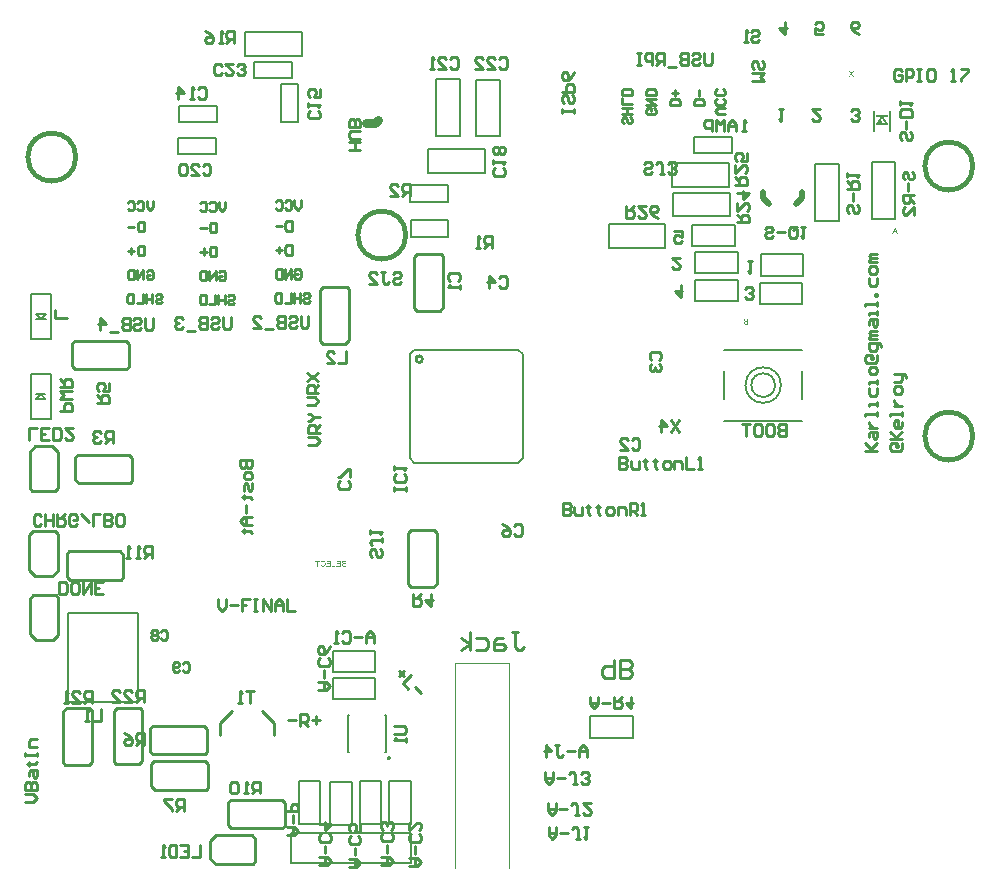
<source format=gbo>
G04 Layer_Color=32896*
%FSLAX44Y44*%
%MOMM*%
G71*
G01*
G75*
%ADD31C,0.2540*%
%ADD32C,0.8000*%
%ADD34C,0.5000*%
%ADD35C,0.4064*%
%ADD73C,0.2000*%
%ADD78C,0.2032*%
%ADD140C,0.3048*%
%ADD141C,0.1000*%
%ADD142R,1.0003X0.2001*%
G36*
X527259Y344028D02*
X527430Y344007D01*
X527580Y343980D01*
X527650Y343964D01*
X527715Y343948D01*
X527773Y343932D01*
X527827Y343916D01*
X527875Y343900D01*
X527913Y343889D01*
X527940Y343878D01*
X527966Y343867D01*
X527977Y343862D01*
X527982D01*
X528127Y343792D01*
X528250Y343712D01*
X528358Y343632D01*
X528443Y343551D01*
X528513Y343476D01*
X528567Y343417D01*
X528583Y343396D01*
X528593Y343380D01*
X528604Y343369D01*
Y343364D01*
X528674Y343240D01*
X528727Y343117D01*
X528759Y343005D01*
X528786Y342897D01*
X528802Y342801D01*
X528808Y342763D01*
Y342731D01*
X528813Y342704D01*
Y342683D01*
Y342672D01*
Y342667D01*
X528808Y342544D01*
X528786Y342426D01*
X528759Y342319D01*
X528727Y342228D01*
X528695Y342152D01*
X528668Y342094D01*
X528658Y342072D01*
X528647Y342056D01*
X528642Y342051D01*
Y342045D01*
X528572Y341949D01*
X528486Y341858D01*
X528400Y341783D01*
X528309Y341713D01*
X528234Y341659D01*
X528170Y341622D01*
X528143Y341611D01*
X528127Y341600D01*
X528116Y341590D01*
X528111D01*
X528058Y341563D01*
X527993Y341536D01*
X527924Y341509D01*
X527848Y341483D01*
X527693Y341429D01*
X527532Y341381D01*
X527457Y341359D01*
X527393Y341338D01*
X527329Y341322D01*
X527270Y341306D01*
X527227Y341295D01*
X527189Y341284D01*
X527168Y341279D01*
X527162D01*
X527039Y341252D01*
X526927Y341220D01*
X526830Y341199D01*
X526739Y341172D01*
X526659Y341150D01*
X526584Y341134D01*
X526525Y341113D01*
X526466Y341097D01*
X526423Y341086D01*
X526380Y341070D01*
X526348Y341059D01*
X526326Y341054D01*
X526305Y341048D01*
X526294Y341043D01*
X526283Y341038D01*
X526176Y340989D01*
X526085Y340941D01*
X526005Y340893D01*
X525946Y340850D01*
X525898Y340807D01*
X525866Y340775D01*
X525844Y340754D01*
X525839Y340748D01*
X525790Y340684D01*
X525758Y340614D01*
X525732Y340545D01*
X525715Y340480D01*
X525705Y340427D01*
X525699Y340378D01*
Y340352D01*
Y340346D01*
Y340341D01*
X525705Y340261D01*
X525721Y340180D01*
X525748Y340111D01*
X525769Y340046D01*
X525796Y339993D01*
X525823Y339950D01*
X525839Y339928D01*
X525844Y339918D01*
X525903Y339848D01*
X525967Y339789D01*
X526042Y339735D01*
X526112Y339692D01*
X526176Y339660D01*
X526225Y339633D01*
X526246Y339623D01*
X526262Y339617D01*
X526267Y339612D01*
X526273D01*
X526380Y339575D01*
X526493Y339548D01*
X526605Y339532D01*
X526707Y339521D01*
X526793Y339510D01*
X526830D01*
X526862Y339505D01*
X526927D01*
X527082Y339510D01*
X527221Y339526D01*
X527355Y339553D01*
X527468Y339580D01*
X527516Y339591D01*
X527559Y339601D01*
X527597Y339617D01*
X527629Y339628D01*
X527655Y339639D01*
X527672Y339644D01*
X527682Y339650D01*
X527688D01*
X527806Y339709D01*
X527907Y339773D01*
X527993Y339832D01*
X528063Y339896D01*
X528116Y339950D01*
X528154Y339993D01*
X528181Y340019D01*
X528186Y340030D01*
X528240Y340127D01*
X528283Y340228D01*
X528315Y340330D01*
X528341Y340427D01*
X528363Y340518D01*
X528368Y340550D01*
X528374Y340582D01*
X528379Y340609D01*
X528384Y340630D01*
Y340641D01*
Y340646D01*
X529001Y340593D01*
X528995Y340502D01*
X528985Y340411D01*
X528952Y340244D01*
X528910Y340089D01*
X528888Y340019D01*
X528861Y339960D01*
X528840Y339902D01*
X528813Y339848D01*
X528792Y339805D01*
X528770Y339767D01*
X528754Y339735D01*
X528744Y339714D01*
X528738Y339703D01*
X528733Y339698D01*
X528631Y339558D01*
X528513Y339441D01*
X528395Y339339D01*
X528283Y339258D01*
X528181Y339194D01*
X528138Y339173D01*
X528100Y339151D01*
X528068Y339135D01*
X528047Y339124D01*
X528031Y339114D01*
X528025D01*
X527843Y339049D01*
X527655Y339001D01*
X527468Y338969D01*
X527291Y338947D01*
X527205Y338937D01*
X527130Y338931D01*
X527066Y338926D01*
X527007D01*
X526959Y338921D01*
X526894D01*
X526702Y338931D01*
X526525Y338953D01*
X526364Y338980D01*
X526289Y339001D01*
X526225Y339017D01*
X526160Y339033D01*
X526107Y339055D01*
X526058Y339071D01*
X526021Y339081D01*
X525989Y339098D01*
X525967Y339103D01*
X525951Y339114D01*
X525946D01*
X525796Y339194D01*
X525667Y339280D01*
X525555Y339371D01*
X525463Y339457D01*
X525388Y339537D01*
X525340Y339596D01*
X525319Y339623D01*
X525308Y339639D01*
X525297Y339650D01*
Y339655D01*
X525255Y339719D01*
X525222Y339789D01*
X525163Y339918D01*
X525121Y340041D01*
X525094Y340153D01*
X525078Y340255D01*
X525072Y340293D01*
Y340330D01*
X525067Y340357D01*
Y340378D01*
Y340389D01*
Y340395D01*
X525078Y340539D01*
X525099Y340673D01*
X525131Y340791D01*
X525169Y340893D01*
X525212Y340979D01*
X525228Y341016D01*
X525244Y341043D01*
X525255Y341064D01*
X525265Y341081D01*
X525276Y341091D01*
Y341097D01*
X525319Y341150D01*
X525362Y341204D01*
X525463Y341306D01*
X525565Y341391D01*
X525672Y341461D01*
X525764Y341520D01*
X525807Y341547D01*
X525844Y341563D01*
X525871Y341579D01*
X525892Y341590D01*
X525908Y341600D01*
X525914D01*
X525973Y341627D01*
X526048Y341654D01*
X526123Y341681D01*
X526208Y341708D01*
X526391Y341756D01*
X526573Y341804D01*
X526659Y341831D01*
X526739Y341847D01*
X526814Y341868D01*
X526878Y341879D01*
X526932Y341895D01*
X526969Y341906D01*
X526996Y341911D01*
X527007D01*
X527152Y341943D01*
X527280Y341981D01*
X527393Y342013D01*
X527500Y342045D01*
X527591Y342077D01*
X527672Y342104D01*
X527741Y342131D01*
X527800Y342158D01*
X527848Y342185D01*
X527891Y342206D01*
X527924Y342222D01*
X527950Y342238D01*
X527972Y342254D01*
X527982Y342265D01*
X527993Y342270D01*
X528058Y342340D01*
X528100Y342410D01*
X528133Y342485D01*
X528159Y342554D01*
X528170Y342613D01*
X528175Y342662D01*
X528181Y342694D01*
Y342699D01*
Y342704D01*
X528175Y342763D01*
X528170Y342817D01*
X528138Y342914D01*
X528095Y343005D01*
X528047Y343080D01*
X527999Y343144D01*
X527956Y343192D01*
X527924Y343219D01*
X527918Y343230D01*
X527913D01*
X527859Y343267D01*
X527795Y343305D01*
X527661Y343358D01*
X527522Y343396D01*
X527377Y343423D01*
X527313Y343433D01*
X527248Y343439D01*
X527195Y343444D01*
X527146D01*
X527104Y343449D01*
X526948D01*
X526852Y343439D01*
X526760Y343428D01*
X526675Y343412D01*
X526600Y343396D01*
X526530Y343374D01*
X526466Y343353D01*
X526407Y343331D01*
X526358Y343305D01*
X526316Y343283D01*
X526278Y343262D01*
X526246Y343246D01*
X526225Y343230D01*
X526203Y343219D01*
X526198Y343214D01*
X526192Y343208D01*
X526139Y343160D01*
X526091Y343112D01*
X526016Y342999D01*
X525951Y342881D01*
X525908Y342769D01*
X525876Y342667D01*
X525866Y342624D01*
X525855Y342581D01*
X525849Y342549D01*
Y342528D01*
X525844Y342511D01*
Y342506D01*
X525217Y342554D01*
X525233Y342715D01*
X525265Y342860D01*
X525303Y342994D01*
X525346Y343106D01*
X525372Y343155D01*
X525388Y343203D01*
X525410Y343240D01*
X525426Y343273D01*
X525442Y343299D01*
X525453Y343315D01*
X525458Y343326D01*
X525463Y343331D01*
X525555Y343455D01*
X525657Y343557D01*
X525764Y343648D01*
X525871Y343723D01*
X525962Y343776D01*
X526005Y343798D01*
X526037Y343819D01*
X526064Y343835D01*
X526091Y343841D01*
X526101Y343851D01*
X526107D01*
X526267Y343910D01*
X526434Y343959D01*
X526600Y343991D01*
X526750Y344012D01*
X526819Y344017D01*
X526878Y344023D01*
X526937Y344028D01*
X526986Y344034D01*
X527077D01*
X527259Y344028D01*
D02*
G37*
G36*
X506497Y343364D02*
X504867D01*
Y339001D01*
X504213D01*
Y343364D01*
X502584D01*
Y343948D01*
X506497D01*
Y343364D01*
D02*
G37*
G36*
X869000Y543999D02*
X867119D01*
X866947Y544005D01*
X866792Y544010D01*
X866658Y544026D01*
X866594Y544032D01*
X866540Y544042D01*
X866492Y544048D01*
X866449Y544053D01*
X866411Y544064D01*
X866379Y544069D01*
X866352Y544075D01*
X866336D01*
X866326Y544080D01*
X866320D01*
X866202Y544112D01*
X866095Y544150D01*
X866004Y544192D01*
X865929Y544230D01*
X865865Y544267D01*
X865817Y544294D01*
X865790Y544316D01*
X865779Y544321D01*
X865699Y544391D01*
X865629Y544466D01*
X865565Y544541D01*
X865516Y544616D01*
X865474Y544680D01*
X865441Y544734D01*
X865431Y544755D01*
X865420Y544771D01*
X865415Y544776D01*
Y544782D01*
X865366Y544894D01*
X865329Y545012D01*
X865302Y545120D01*
X865281Y545221D01*
X865270Y545307D01*
Y545339D01*
X865265Y545371D01*
Y545398D01*
Y545414D01*
Y545425D01*
Y545430D01*
Y545511D01*
X865275Y545586D01*
X865302Y545731D01*
X865345Y545859D01*
X865388Y545966D01*
X865409Y546015D01*
X865431Y546057D01*
X865452Y546095D01*
X865474Y546127D01*
X865490Y546148D01*
X865500Y546165D01*
X865506Y546175D01*
X865511Y546181D01*
X865608Y546293D01*
X865720Y546384D01*
X865833Y546465D01*
X865945Y546524D01*
X866042Y546572D01*
X866085Y546588D01*
X866122Y546604D01*
X866154Y546615D01*
X866176Y546626D01*
X866192Y546631D01*
X866197D01*
X866074Y546701D01*
X865972Y546776D01*
X865881Y546851D01*
X865811Y546920D01*
X865752Y546985D01*
X865715Y547033D01*
X865699Y547054D01*
X865688Y547070D01*
X865683Y547076D01*
Y547081D01*
X865624Y547188D01*
X865581Y547290D01*
X865549Y547392D01*
X865527Y547483D01*
X865516Y547563D01*
X865506Y547622D01*
Y547644D01*
Y547660D01*
Y547671D01*
Y547676D01*
X865516Y547805D01*
X865538Y547923D01*
X865570Y548035D01*
X865602Y548131D01*
X865640Y548212D01*
X865656Y548249D01*
X865672Y548276D01*
X865688Y548298D01*
X865693Y548314D01*
X865704Y548325D01*
Y548330D01*
X865784Y548437D01*
X865870Y548534D01*
X865956Y548614D01*
X866042Y548678D01*
X866122Y548726D01*
X866181Y548764D01*
X866208Y548775D01*
X866224Y548785D01*
X866235Y548791D01*
X866240D01*
X866379Y548844D01*
X866524Y548882D01*
X866679Y548909D01*
X866819Y548925D01*
X866888Y548935D01*
X866947Y548941D01*
X867006D01*
X867055Y548946D01*
X869000D01*
Y543999D01*
D02*
G37*
G36*
X957092Y756561D02*
X959005Y753999D01*
X958217D01*
X956963Y755714D01*
X956931Y755757D01*
X956899Y755810D01*
X956819Y755923D01*
X956781Y755977D01*
X956754Y756020D01*
X956733Y756052D01*
X956728Y756057D01*
Y756062D01*
X956652Y755950D01*
X956620Y755902D01*
X956588Y755859D01*
X956561Y755816D01*
X956540Y755789D01*
X956529Y755768D01*
X956524Y755762D01*
X955270Y753999D01*
X954471D01*
X956326Y756593D01*
X954605Y758946D01*
X955318D01*
X956304Y757627D01*
X956385Y757520D01*
X956465Y757418D01*
X956529Y757322D01*
X956588Y757236D01*
X956636Y757166D01*
X956668Y757118D01*
X956685Y757097D01*
X956695Y757081D01*
X956701Y757075D01*
Y757070D01*
X956749Y757156D01*
X956813Y757258D01*
X956878Y757354D01*
X956942Y757456D01*
X957001Y757542D01*
X957028Y757579D01*
X957049Y757611D01*
X957070Y757638D01*
X957087Y757660D01*
X957092Y757670D01*
X957097Y757675D01*
X958003Y758946D01*
X958780D01*
X957092Y756561D01*
D02*
G37*
G36*
X995680Y621030D02*
X994989D01*
X994453Y622525D01*
X992373D01*
X991800Y621030D01*
X991055D01*
X993081Y625977D01*
X993788D01*
X995680Y621030D01*
D02*
G37*
G36*
X509096Y344028D02*
X509214Y344023D01*
X509434Y343985D01*
X509541Y343964D01*
X509637Y343937D01*
X509734Y343910D01*
X509819Y343884D01*
X509894Y343857D01*
X509964Y343830D01*
X510028Y343803D01*
X510077Y343782D01*
X510120Y343760D01*
X510146Y343744D01*
X510168Y343739D01*
X510173Y343733D01*
X510270Y343675D01*
X510366Y343610D01*
X510452Y343540D01*
X510532Y343471D01*
X510607Y343396D01*
X510677Y343326D01*
X510736Y343251D01*
X510795Y343187D01*
X510843Y343117D01*
X510886Y343058D01*
X510924Y343005D01*
X510956Y342956D01*
X510977Y342914D01*
X510993Y342887D01*
X511004Y342865D01*
X511009Y342860D01*
X511063Y342753D01*
X511106Y342635D01*
X511143Y342522D01*
X511181Y342410D01*
X511234Y342179D01*
X511250Y342072D01*
X511267Y341970D01*
X511277Y341874D01*
X511288Y341788D01*
X511293Y341708D01*
X511299Y341638D01*
X511304Y341584D01*
Y341541D01*
Y341520D01*
Y341509D01*
X511299Y341381D01*
X511293Y341252D01*
X511261Y341006D01*
X511245Y340888D01*
X511224Y340780D01*
X511197Y340679D01*
X511175Y340582D01*
X511149Y340496D01*
X511127Y340416D01*
X511106Y340352D01*
X511084Y340293D01*
X511068Y340250D01*
X511057Y340212D01*
X511052Y340191D01*
X511047Y340186D01*
X510993Y340073D01*
X510939Y339966D01*
X510881Y339869D01*
X510816Y339778D01*
X510752Y339692D01*
X510693Y339617D01*
X510629Y339548D01*
X510570Y339483D01*
X510511Y339425D01*
X510457Y339376D01*
X510409Y339339D01*
X510366Y339301D01*
X510334Y339274D01*
X510307Y339258D01*
X510291Y339248D01*
X510286Y339242D01*
X510189Y339183D01*
X510087Y339135D01*
X509980Y339092D01*
X509868Y339055D01*
X509761Y339028D01*
X509653Y339001D01*
X509546Y338980D01*
X509444Y338964D01*
X509348Y338947D01*
X509262Y338937D01*
X509182Y338931D01*
X509117Y338926D01*
X509058Y338921D01*
X508983D01*
X508839Y338926D01*
X508705Y338937D01*
X508576Y338958D01*
X508453Y338985D01*
X508335Y339017D01*
X508228Y339055D01*
X508131Y339092D01*
X508040Y339130D01*
X507954Y339167D01*
X507885Y339205D01*
X507820Y339242D01*
X507772Y339274D01*
X507729Y339301D01*
X507702Y339323D01*
X507681Y339333D01*
X507676Y339339D01*
X507579Y339425D01*
X507488Y339516D01*
X507408Y339612D01*
X507333Y339709D01*
X507263Y339810D01*
X507204Y339918D01*
X507150Y340014D01*
X507102Y340116D01*
X507059Y340207D01*
X507027Y340293D01*
X506995Y340373D01*
X506974Y340437D01*
X506952Y340496D01*
X506941Y340534D01*
X506931Y340561D01*
Y340571D01*
X507585Y340737D01*
X507611Y340625D01*
X507649Y340518D01*
X507686Y340416D01*
X507724Y340325D01*
X507767Y340239D01*
X507810Y340164D01*
X507853Y340094D01*
X507895Y340030D01*
X507938Y339977D01*
X507976Y339928D01*
X508013Y339885D01*
X508040Y339853D01*
X508067Y339826D01*
X508088Y339810D01*
X508099Y339800D01*
X508104Y339794D01*
X508180Y339741D01*
X508255Y339692D01*
X508330Y339650D01*
X508410Y339612D01*
X508490Y339580D01*
X508565Y339553D01*
X508715Y339516D01*
X508780Y339505D01*
X508844Y339494D01*
X508898Y339489D01*
X508946Y339483D01*
X508983Y339478D01*
X509037D01*
X509123Y339483D01*
X509203Y339489D01*
X509358Y339516D01*
X509503Y339553D01*
X509627Y339596D01*
X509680Y339617D01*
X509728Y339633D01*
X509771Y339655D01*
X509809Y339671D01*
X509841Y339687D01*
X509862Y339698D01*
X509873Y339709D01*
X509878D01*
X509948Y339757D01*
X510012Y339805D01*
X510130Y339918D01*
X510227Y340030D01*
X510307Y340148D01*
X510366Y340250D01*
X510393Y340293D01*
X510414Y340336D01*
X510425Y340368D01*
X510436Y340389D01*
X510447Y340405D01*
Y340411D01*
X510505Y340593D01*
X510554Y340780D01*
X510586Y340968D01*
X510597Y341054D01*
X510607Y341139D01*
X510613Y341220D01*
X510618Y341290D01*
X510623Y341354D01*
Y341408D01*
X510629Y341456D01*
Y341488D01*
Y341509D01*
Y341515D01*
X510623Y341697D01*
X510607Y341868D01*
X510580Y342029D01*
X510570Y342104D01*
X510554Y342174D01*
X510538Y342233D01*
X510527Y342292D01*
X510511Y342340D01*
X510500Y342383D01*
X510495Y342415D01*
X510484Y342442D01*
X510479Y342458D01*
Y342463D01*
X510409Y342629D01*
X510329Y342774D01*
X510243Y342897D01*
X510195Y342951D01*
X510152Y343005D01*
X510109Y343047D01*
X510071Y343085D01*
X510034Y343122D01*
X510007Y343149D01*
X509980Y343171D01*
X509959Y343187D01*
X509948Y343192D01*
X509943Y343198D01*
X509868Y343246D01*
X509793Y343289D01*
X509712Y343326D01*
X509632Y343358D01*
X509471Y343406D01*
X509316Y343444D01*
X509251Y343455D01*
X509187Y343460D01*
X509128Y343465D01*
X509080Y343471D01*
X509037Y343476D01*
X508892D01*
X508806Y343465D01*
X508646Y343439D01*
X508506Y343396D01*
X508447Y343374D01*
X508388Y343353D01*
X508335Y343331D01*
X508292Y343310D01*
X508255Y343289D01*
X508222Y343267D01*
X508195Y343251D01*
X508180Y343240D01*
X508169Y343235D01*
X508163Y343230D01*
X508104Y343181D01*
X508046Y343128D01*
X507949Y343005D01*
X507858Y342871D01*
X507788Y342742D01*
X507735Y342624D01*
X507708Y342576D01*
X507692Y342533D01*
X507676Y342495D01*
X507670Y342463D01*
X507660Y342447D01*
Y342442D01*
X507016Y342592D01*
X507059Y342715D01*
X507108Y342833D01*
X507156Y342946D01*
X507215Y343047D01*
X507268Y343144D01*
X507327Y343230D01*
X507386Y343310D01*
X507445Y343380D01*
X507504Y343444D01*
X507552Y343498D01*
X507601Y343546D01*
X507644Y343583D01*
X507676Y343615D01*
X507702Y343637D01*
X507719Y343648D01*
X507724Y343653D01*
X507820Y343723D01*
X507922Y343776D01*
X508024Y343830D01*
X508131Y343873D01*
X508238Y343910D01*
X508340Y343942D01*
X508442Y343964D01*
X508539Y343985D01*
X508630Y344001D01*
X508710Y344012D01*
X508785Y344023D01*
X508849Y344028D01*
X508903Y344034D01*
X508973D01*
X509096Y344028D01*
D02*
G37*
G36*
X524161Y339001D02*
X520469D01*
Y339585D01*
X523507D01*
Y341268D01*
X520769D01*
Y341852D01*
X523507D01*
Y343364D01*
X520581D01*
Y343948D01*
X524161D01*
Y339001D01*
D02*
G37*
G36*
X982500Y713960D02*
X979960D01*
Y716500D01*
X982500D01*
Y713960D01*
D02*
G37*
G36*
X515709Y339001D02*
X512017D01*
Y339585D01*
X515056D01*
Y341268D01*
X512317D01*
Y341852D01*
X515056D01*
Y343364D01*
X512129D01*
Y343948D01*
X515709D01*
Y339001D01*
D02*
G37*
G36*
X519595D02*
X516503D01*
Y339585D01*
X518941D01*
Y343948D01*
X519595D01*
Y339001D01*
D02*
G37*
%LPC*%
G36*
X868346Y548362D02*
X867264D01*
X867172Y548357D01*
X867092D01*
X867017Y548351D01*
X866947Y548346D01*
X866888Y548340D01*
X866830Y548335D01*
X866781Y548330D01*
X866744Y548319D01*
X866706Y548314D01*
X866674Y548308D01*
X866653Y548303D01*
X866631Y548298D01*
X866620D01*
X866610Y548292D01*
X866529Y548260D01*
X866465Y548223D01*
X866406Y548180D01*
X866358Y548137D01*
X866320Y548099D01*
X866293Y548067D01*
X866277Y548046D01*
X866272Y548035D01*
X866229Y547965D01*
X866202Y547890D01*
X866181Y547815D01*
X866165Y547746D01*
X866154Y547687D01*
X866149Y547644D01*
Y547612D01*
Y547606D01*
Y547601D01*
X866154Y547505D01*
X866170Y547424D01*
X866192Y547349D01*
X866213Y547285D01*
X866235Y547237D01*
X866256Y547199D01*
X866272Y547178D01*
X866277Y547167D01*
X866331Y547108D01*
X866390Y547054D01*
X866454Y547011D01*
X866513Y546979D01*
X866567Y546952D01*
X866610Y546936D01*
X866642Y546926D01*
X866647Y546920D01*
X866653D01*
X866690Y546910D01*
X866733Y546904D01*
X866830Y546888D01*
X866937Y546877D01*
X867038Y546872D01*
X867130D01*
X867172Y546867D01*
X868346D01*
Y548362D01*
D02*
G37*
G36*
Y546283D02*
X867205D01*
X867038Y546277D01*
X866894Y546272D01*
X866830Y546261D01*
X866770Y546256D01*
X866717Y546250D01*
X866663Y546240D01*
X866620Y546234D01*
X866583Y546224D01*
X866556Y546218D01*
X866529Y546213D01*
X866508Y546208D01*
X866492Y546202D01*
X866487Y546197D01*
X866481D01*
X866390Y546159D01*
X866315Y546116D01*
X866245Y546073D01*
X866186Y546025D01*
X866143Y545982D01*
X866111Y545945D01*
X866090Y545923D01*
X866085Y545913D01*
X866036Y545832D01*
X865999Y545752D01*
X865977Y545672D01*
X865956Y545597D01*
X865945Y545527D01*
X865940Y545479D01*
Y545457D01*
Y545441D01*
Y545436D01*
Y545430D01*
X865945Y545345D01*
X865956Y545264D01*
X865972Y545195D01*
X865988Y545136D01*
X866010Y545082D01*
X866026Y545045D01*
X866036Y545023D01*
X866042Y545012D01*
X866079Y544948D01*
X866122Y544894D01*
X866165Y544846D01*
X866202Y544809D01*
X866240Y544776D01*
X866267Y544755D01*
X866288Y544744D01*
X866293Y544739D01*
X866352Y544707D01*
X866417Y544680D01*
X866476Y544653D01*
X866535Y544637D01*
X866588Y544621D01*
X866631Y544610D01*
X866658Y544605D01*
X866669D01*
X866722Y544600D01*
X866792Y544594D01*
X866867Y544589D01*
X866937D01*
X867006Y544584D01*
X868346D01*
Y546283D01*
D02*
G37*
G36*
X993450Y625462D02*
X993402Y625301D01*
X993343Y625130D01*
X993284Y624958D01*
X993231Y624792D01*
X993204Y624717D01*
X993177Y624648D01*
X993156Y624583D01*
X993134Y624535D01*
X993118Y624487D01*
X993108Y624455D01*
X993097Y624433D01*
Y624428D01*
X992577Y623056D01*
X994265D01*
X993718Y624508D01*
X993660Y624685D01*
X993606Y624857D01*
X993558Y625017D01*
X993536Y625092D01*
X993520Y625162D01*
X993504Y625226D01*
X993488Y625285D01*
X993477Y625334D01*
X993467Y625382D01*
X993461Y625414D01*
X993456Y625441D01*
X993450Y625457D01*
Y625462D01*
D02*
G37*
%LPD*%
D31*
X593327Y514750D02*
G03*
X593327Y514750I-2827J0D01*
G01*
X311000Y219500D02*
X313250Y217250D01*
Y179500D02*
Y217250D01*
X289000Y216500D02*
X292000Y219500D01*
X311000D01*
X289000Y177500D02*
Y216500D01*
X291000Y171500D02*
X310750D01*
X313250Y174000D02*
Y180750D01*
X310750Y171500D02*
X313250Y174000D01*
X289000Y173500D02*
Y177500D01*
Y173500D02*
X291000Y171500D01*
X353750Y219750D02*
X356000Y217500D01*
Y179750D02*
Y217500D01*
X331750Y216750D02*
X334750Y219750D01*
X353750D01*
X331750Y177750D02*
Y216750D01*
X333750Y171750D02*
X353500D01*
X356000Y174250D02*
Y181000D01*
X353500Y171750D02*
X356000Y174250D01*
X331750Y173750D02*
Y177750D01*
Y173750D02*
X333750Y171750D01*
X341250Y409500D02*
X345250D01*
X347250Y411500D01*
Y431250D01*
X344750Y433750D02*
X347250Y431250D01*
X338000Y433750D02*
X344750D01*
X302250Y409500D02*
X341250D01*
X299250Y412500D02*
X302250Y409500D01*
X299250Y431500D02*
X301500Y433750D01*
X339250D01*
X299250Y412500D02*
Y431500D01*
X605250Y363750D02*
Y367750D01*
X603250Y369750D02*
X605250Y367750D01*
X583500Y369750D02*
X603250D01*
X581000Y367250D02*
X583500Y369750D01*
X581000Y360500D02*
Y367250D01*
X605250Y324750D02*
Y363750D01*
X602250Y321750D02*
X605250Y324750D01*
X581000Y324000D02*
X583250Y321750D01*
X581000Y324000D02*
Y361750D01*
X583250Y321750D02*
X602250D01*
X338500Y506000D02*
X342500D01*
X344500Y508000D01*
Y527750D01*
X342000Y530250D02*
X344500Y527750D01*
X335250Y530250D02*
X342000D01*
X299500Y506000D02*
X338500D01*
X296500Y509000D02*
X299500Y506000D01*
X296500Y528000D02*
X298750Y530250D01*
X336500D01*
X296500Y509000D02*
Y528000D01*
X260750Y282000D02*
X265750Y277000D01*
X280500D01*
X260750Y282000D02*
X260750Y282000D01*
X260750Y282000D02*
Y312000D01*
X280500Y277000D02*
X285000Y281500D01*
Y312750D01*
X263750Y315000D02*
X282750D01*
X260750Y312000D02*
X263750Y315000D01*
X282750D02*
X285000Y312750D01*
X260250Y336250D02*
X265250Y331250D01*
X280000D01*
X260250Y336250D02*
X260250Y336250D01*
X260250Y336250D02*
Y366250D01*
X280000Y331250D02*
X284500Y335750D01*
Y367000D01*
X263250Y369250D02*
X282250D01*
X260250Y366250D02*
X263250Y369250D01*
X282250D02*
X284500Y367000D01*
X408750Y180000D02*
X411000Y182250D01*
X371000Y180000D02*
X408750D01*
X408000Y204250D02*
X411000Y201250D01*
Y182250D02*
Y201250D01*
X369000Y204250D02*
X408000D01*
X363000Y182500D02*
Y202250D01*
X365500Y180000D02*
X372250D01*
X363000Y182500D02*
X365500Y180000D01*
X365000Y204250D02*
X369000D01*
X363000Y202250D02*
X365000Y204250D01*
X363750Y172000D02*
X366000Y174250D01*
X403750D01*
X363750Y153000D02*
X366750Y150000D01*
X363750Y153000D02*
Y172000D01*
X366750Y150000D02*
X405750D01*
X411750Y152000D02*
Y171750D01*
X402500Y174250D02*
X409250D01*
X411750Y171750D01*
X405750Y150000D02*
X409750D01*
X411750Y152000D01*
X421890Y206840D02*
X432050Y217000D01*
X421890Y196680D02*
Y206840D01*
X457450Y217000D02*
X467610Y206840D01*
Y196680D02*
Y206840D01*
X448750Y111500D02*
X451750Y108500D01*
Y89500D02*
Y108500D01*
X418750Y111500D02*
X448750D01*
X418750Y111500D02*
X418750Y111500D01*
X413750Y106500D02*
X418750Y111500D01*
X449500Y87250D02*
X451750Y89500D01*
X418250Y87250D02*
X449500D01*
X413750Y91750D02*
X418250Y87250D01*
X413750Y91750D02*
Y106500D01*
X477000Y119750D02*
Y138750D01*
X437000Y117500D02*
X474750D01*
X477000Y119750D01*
X474000Y141750D02*
X477000Y138750D01*
X435000Y141750D02*
X474000D01*
X431500Y117500D02*
X438250D01*
X429000Y120000D02*
X431500Y117500D01*
X429000Y120000D02*
Y139750D01*
X431000Y141750D01*
X435000D01*
X282000Y403000D02*
X285000Y406000D01*
X263000Y403000D02*
X282000D01*
X285000Y406000D02*
Y436000D01*
X285000Y436000D02*
X285000Y436000D01*
X280000Y441000D02*
X285000Y436000D01*
X260750Y405250D02*
X263000Y403000D01*
X260750Y405250D02*
Y436500D01*
X265250Y441000D01*
X280000D01*
X340000Y330000D02*
Y349000D01*
X300000Y327750D02*
X337750D01*
X340000Y330000D01*
X337000Y352000D02*
X340000Y349000D01*
X298000Y352000D02*
X337000D01*
X294500Y327750D02*
X301250D01*
X292000Y330250D02*
X294500Y327750D01*
X292000Y330250D02*
Y350000D01*
X294000Y352000D01*
X298000D01*
X588750Y555750D02*
X607750D01*
X586500Y558000D02*
Y595750D01*
Y558000D02*
X588750Y555750D01*
X607750D02*
X610750Y558750D01*
Y597750D01*
X586500Y594500D02*
Y601250D01*
X589000Y603750D01*
X608750D01*
X610750Y601750D01*
Y597750D02*
Y601750D01*
X509000Y527750D02*
X528000D01*
X506750Y530000D02*
Y567750D01*
Y530000D02*
X509000Y527750D01*
X528000D02*
X531000Y530750D01*
Y569750D01*
X506750Y566500D02*
Y573250D01*
X509250Y575750D01*
X529000D01*
X531000Y573750D01*
Y569750D02*
Y573750D01*
X967957Y436790D02*
X977953D01*
X974621D01*
X967957Y443455D01*
X972955Y438456D01*
X977953Y443455D01*
X971289Y448453D02*
Y451785D01*
X972955Y453451D01*
X977953D01*
Y448453D01*
X976287Y446787D01*
X974621Y448453D01*
Y453451D01*
X971289Y456784D02*
X977953D01*
X974621D01*
X972955Y458450D01*
X971289Y460116D01*
Y461782D01*
X977953Y466780D02*
Y470113D01*
Y468447D01*
X967957D01*
Y466780D01*
X977953Y475111D02*
Y478443D01*
Y476777D01*
X971289D01*
Y475111D01*
Y490106D02*
Y485108D01*
X972955Y483442D01*
X976287D01*
X977953Y485108D01*
Y490106D01*
Y493438D02*
Y496771D01*
Y495104D01*
X971289D01*
Y493438D01*
X977953Y503435D02*
Y506767D01*
X976287Y508434D01*
X972955D01*
X971289Y506767D01*
Y503435D01*
X972955Y501769D01*
X976287D01*
X977953Y503435D01*
X974621Y516764D02*
X972955D01*
Y515098D01*
X974621D01*
Y516764D01*
X972955Y518430D01*
X969623D01*
X967957Y516764D01*
Y513432D01*
X969623Y511766D01*
X976287D01*
X977953Y513432D01*
Y518430D01*
X981286Y525095D02*
Y526761D01*
X979620Y528427D01*
X971289D01*
Y523429D01*
X972955Y521763D01*
X976287D01*
X977953Y523429D01*
Y528427D01*
Y531759D02*
X971289D01*
Y533425D01*
X972955Y535092D01*
X977953D01*
X972955D01*
X971289Y536758D01*
X972955Y538424D01*
X977953D01*
X971289Y543422D02*
Y546755D01*
X972955Y548421D01*
X977953D01*
Y543422D01*
X976287Y541756D01*
X974621Y543422D01*
Y548421D01*
X977953Y551753D02*
Y555085D01*
Y553419D01*
X971289D01*
Y551753D01*
X977953Y560084D02*
Y563416D01*
Y561750D01*
X967957D01*
Y560084D01*
X977953Y568414D02*
X976287D01*
Y570080D01*
X977953D01*
Y568414D01*
X971289Y583409D02*
Y578411D01*
X972955Y576745D01*
X976287D01*
X977953Y578411D01*
Y583409D01*
Y588408D02*
Y591740D01*
X976287Y593406D01*
X972955D01*
X971289Y591740D01*
Y588408D01*
X972955Y586742D01*
X976287D01*
X977953Y588408D01*
Y596738D02*
X971289D01*
Y598405D01*
X972955Y600071D01*
X977953D01*
X972955D01*
X971289Y601737D01*
X972955Y603403D01*
X977953D01*
X996046Y441788D02*
X994379D01*
Y440122D01*
X996046D01*
Y441788D01*
X994379Y443455D01*
X991047D01*
X989381Y441788D01*
Y438456D01*
X991047Y436790D01*
X997712D01*
X999378Y438456D01*
Y443455D01*
X989381Y446787D02*
X999378D01*
X996046D01*
X989381Y453451D01*
X994379Y448453D01*
X999378Y453451D01*
Y461782D02*
Y458450D01*
X997712Y456784D01*
X994379D01*
X992713Y458450D01*
Y461782D01*
X994379Y463448D01*
X996046D01*
Y456784D01*
X999378Y466780D02*
Y470113D01*
Y468447D01*
X989381D01*
Y466780D01*
X992713Y475111D02*
X999378D01*
X996046D01*
X994379Y476777D01*
X992713Y478443D01*
Y480109D01*
X999378Y486774D02*
Y490106D01*
X997712Y491772D01*
X994379D01*
X992713Y490106D01*
Y486774D01*
X994379Y485108D01*
X997712D01*
X999378Y486774D01*
X992713Y495104D02*
X997712D01*
X999378Y496771D01*
Y501769D01*
X1001044D01*
X1002710Y500103D01*
Y498437D01*
X999378Y501769D02*
X992713D01*
X367268Y568595D02*
X368601Y569927D01*
X371267D01*
X372600Y568595D01*
Y567262D01*
X371267Y565929D01*
X368601D01*
X367268Y564596D01*
Y563263D01*
X368601Y561930D01*
X371267D01*
X372600Y563263D01*
X364603Y569927D02*
Y561930D01*
Y565929D01*
X359271D01*
Y569927D01*
Y561930D01*
X356605Y569927D02*
Y561930D01*
X351273D01*
X348608Y569927D02*
Y561930D01*
X344609D01*
X343276Y563263D01*
Y568595D01*
X344609Y569927D01*
X348608D01*
X359648Y588914D02*
X360981Y590247D01*
X363647D01*
X364980Y588914D01*
Y583583D01*
X363647Y582250D01*
X360981D01*
X359648Y583583D01*
Y586249D01*
X362314D01*
X356983Y582250D02*
Y590247D01*
X351651Y582250D01*
Y590247D01*
X348985D02*
Y582250D01*
X344986D01*
X343653Y583583D01*
Y588914D01*
X344986Y590247D01*
X348985D01*
X357360Y610567D02*
Y602570D01*
X353361D01*
X352028Y603903D01*
Y609235D01*
X353361Y610567D01*
X357360D01*
X349363Y606569D02*
X344031D01*
X346697Y609235D02*
Y603903D01*
X357360Y630887D02*
Y622890D01*
X353361D01*
X352028Y624223D01*
Y629554D01*
X353361Y630887D01*
X357360D01*
X349363Y626889D02*
X344031D01*
X364980Y648667D02*
Y643336D01*
X362314Y640670D01*
X359648Y643336D01*
Y648667D01*
X351651Y647335D02*
X352984Y648667D01*
X355650D01*
X356983Y647335D01*
Y642003D01*
X355650Y640670D01*
X352984D01*
X351651Y642003D01*
X343653Y647335D02*
X344986Y648667D01*
X347652D01*
X348985Y647335D01*
Y642003D01*
X347652Y640670D01*
X344986D01*
X343653Y642003D01*
X895210Y726470D02*
X898542D01*
X896876D01*
Y716473D01*
X895210Y718139D01*
X929815Y726470D02*
X923150D01*
X929815Y719806D01*
Y718139D01*
X928148Y716473D01*
X924816D01*
X923150Y718139D01*
X956170D02*
X957836Y716473D01*
X961168D01*
X962834Y718139D01*
Y719806D01*
X961168Y721472D01*
X959502D01*
X961168D01*
X962834Y723138D01*
Y724804D01*
X961168Y726470D01*
X957836D01*
X956170Y724804D01*
X900208Y800130D02*
Y790133D01*
X895210Y795132D01*
X901874D01*
X932355Y790133D02*
X925690D01*
Y795132D01*
X929022Y793465D01*
X930688D01*
X932355Y795132D01*
Y798464D01*
X930688Y800130D01*
X927356D01*
X925690Y798464D01*
X962834Y790133D02*
X959502Y791799D01*
X956170Y795132D01*
Y798464D01*
X957836Y800130D01*
X961168D01*
X962834Y798464D01*
Y796798D01*
X961168Y795132D01*
X956170D01*
X874179Y760445D02*
X872513Y762112D01*
Y765444D01*
X874179Y767110D01*
X875845D01*
X877512Y765444D01*
Y762112D01*
X879178Y760445D01*
X880844D01*
X882510Y762112D01*
Y765444D01*
X880844Y767110D01*
X872513Y757113D02*
X882510D01*
X879178Y753781D01*
X882510Y750449D01*
X872513D01*
X313500Y224000D02*
Y233997D01*
X308502D01*
X306835Y232331D01*
Y228998D01*
X308502Y227332D01*
X313500D01*
X310168D02*
X306835Y224000D01*
X296839D02*
X303503D01*
X296839Y230665D01*
Y232331D01*
X298505Y233997D01*
X301837D01*
X303503Y232331D01*
X293506Y224000D02*
X290174D01*
X291840D01*
Y233997D01*
X293506Y232331D01*
X357250Y224750D02*
Y234747D01*
X352252D01*
X350586Y233081D01*
Y229748D01*
X352252Y228082D01*
X357250D01*
X353918D02*
X350586Y224750D01*
X340589D02*
X347253D01*
X340589Y231415D01*
Y233081D01*
X342255Y234747D01*
X345587D01*
X347253Y233081D01*
X330592Y224750D02*
X337257D01*
X330592Y231415D01*
Y233081D01*
X332258Y234747D01*
X335590D01*
X337257Y233081D01*
X668843Y283735D02*
X673922D01*
X671383D01*
Y271039D01*
X673922Y268500D01*
X676461D01*
X679000Y271039D01*
X661226Y278657D02*
X656147D01*
X653608Y276117D01*
Y268500D01*
X661226D01*
X663765Y271039D01*
X661226Y273578D01*
X653608D01*
X638373Y278657D02*
X645991D01*
X648530Y276117D01*
Y271039D01*
X645991Y268500D01*
X638373D01*
X633295D02*
Y283735D01*
Y273578D02*
X625677Y278657D01*
X633295Y273578D02*
X625677Y268500D01*
X438753Y429500D02*
X448750D01*
Y424502D01*
X447084Y422836D01*
X445418D01*
X443752Y424502D01*
Y429500D01*
Y424502D01*
X442085Y422836D01*
X440419D01*
X438753Y424502D01*
Y429500D01*
X448750Y417837D02*
Y414505D01*
X447084Y412839D01*
X443752D01*
X442085Y414505D01*
Y417837D01*
X443752Y419503D01*
X447084D01*
X448750Y417837D01*
Y409506D02*
Y404508D01*
X447084Y402842D01*
X445418Y404508D01*
Y407840D01*
X443752Y409506D01*
X442085Y407840D01*
Y402842D01*
X440419Y397844D02*
X442085D01*
Y399510D01*
Y396177D01*
Y397844D01*
X447084D01*
X448750Y396177D01*
X443752Y391179D02*
Y384515D01*
X448750Y381182D02*
X442085D01*
X438753Y377850D01*
X442085Y374518D01*
X448750D01*
X443752D01*
Y381182D01*
X440419Y369519D02*
X442085D01*
Y371185D01*
Y367853D01*
Y369519D01*
X447084D01*
X448750Y367853D01*
X364250Y346750D02*
Y356747D01*
X359252D01*
X357585Y355081D01*
Y351748D01*
X359252Y350082D01*
X364250D01*
X360918D02*
X357585Y346750D01*
X354253D02*
X350921D01*
X352587D01*
Y356747D01*
X354253Y355081D01*
X345923Y346750D02*
X342590D01*
X344256D01*
Y356747D01*
X345923Y355081D01*
X455500Y147000D02*
Y156997D01*
X450502D01*
X448835Y155331D01*
Y151998D01*
X450502Y150332D01*
X455500D01*
X452168D02*
X448835Y147000D01*
X445503D02*
X442171D01*
X443837D01*
Y156997D01*
X445503Y155331D01*
X437173D02*
X435506Y156997D01*
X432174D01*
X430508Y155331D01*
Y148666D01*
X432174Y147000D01*
X435506D01*
X437173Y148666D01*
Y155331D01*
X391250Y132500D02*
Y142497D01*
X386252D01*
X384585Y140831D01*
Y137498D01*
X386252Y135832D01*
X391250D01*
X387918D02*
X384585Y132500D01*
X381253Y142497D02*
X374589D01*
Y140831D01*
X381253Y134166D01*
Y132500D01*
X357250Y188250D02*
Y198247D01*
X352252D01*
X350586Y196581D01*
Y193248D01*
X352252Y191582D01*
X357250D01*
X353918D02*
X350586Y188250D01*
X340589Y198247D02*
X343921Y196581D01*
X347253Y193248D01*
Y189916D01*
X345587Y188250D01*
X342255D01*
X340589Y189916D01*
Y191582D01*
X342255Y193248D01*
X347253D01*
X257003Y140000D02*
X263668D01*
X267000Y143332D01*
X263668Y146664D01*
X257003D01*
Y149997D02*
X267000D01*
Y154995D01*
X265334Y156661D01*
X263668D01*
X262002Y154995D01*
Y149997D01*
Y154995D01*
X260336Y156661D01*
X258669D01*
X257003Y154995D01*
Y149997D01*
X260336Y161660D02*
Y164992D01*
X262002Y166658D01*
X267000D01*
Y161660D01*
X265334Y159994D01*
X263668Y161660D01*
Y166658D01*
X258669Y171656D02*
X260336D01*
Y169990D01*
Y173323D01*
Y171656D01*
X265334D01*
X267000Y173323D01*
X257003Y178321D02*
Y181653D01*
Y179987D01*
X267000D01*
Y178321D01*
Y181653D01*
Y186652D02*
X260336D01*
Y191650D01*
X262002Y193316D01*
X267000D01*
X260500Y446503D02*
Y456500D01*
X267164D01*
X277161Y446503D02*
X270497D01*
Y456500D01*
X277161D01*
X270497Y451502D02*
X273829D01*
X280494Y446503D02*
Y456500D01*
X285492D01*
X287158Y454834D01*
Y448169D01*
X285492Y446503D01*
X280494D01*
X297155Y456500D02*
X290490D01*
X297155Y449836D01*
Y448169D01*
X295489Y446503D01*
X292157D01*
X290490Y448169D01*
X405000Y102997D02*
Y93000D01*
X398335D01*
X388339Y102997D02*
X395003D01*
Y93000D01*
X388339D01*
X395003Y97998D02*
X391671D01*
X385006Y102997D02*
Y93000D01*
X380008D01*
X378342Y94666D01*
Y101331D01*
X380008Y102997D01*
X385006D01*
X375010Y93000D02*
X371677D01*
X373344D01*
Y102997D01*
X375010Y101331D01*
X285750Y316003D02*
Y326000D01*
X290748D01*
X292414Y324334D01*
Y317669D01*
X290748Y316003D01*
X285750D01*
X300745D02*
X297413D01*
X295747Y317669D01*
Y324334D01*
X297413Y326000D01*
X300745D01*
X302411Y324334D01*
Y317669D01*
X300745Y316003D01*
X305744Y326000D02*
Y316003D01*
X312408Y326000D01*
Y316003D01*
X322405D02*
X315740D01*
Y326000D01*
X322405D01*
X315740Y321002D02*
X319073D01*
X270665Y375419D02*
X268998Y373753D01*
X265666D01*
X264000Y375419D01*
Y382084D01*
X265666Y383750D01*
X268998D01*
X270665Y382084D01*
X273997Y373753D02*
Y383750D01*
Y378752D01*
X280661D01*
Y373753D01*
Y383750D01*
X283993D02*
Y373753D01*
X288992D01*
X290658Y375419D01*
Y378752D01*
X288992Y380418D01*
X283993D01*
X287326D02*
X290658Y383750D01*
X300655Y375419D02*
X298989Y373753D01*
X295657D01*
X293990Y375419D01*
Y382084D01*
X295657Y383750D01*
X298989D01*
X300655Y382084D01*
Y378752D01*
X297323D01*
X303987Y383750D02*
X310652Y377085D01*
X313984Y373753D02*
Y383750D01*
X320648D01*
X323981Y373753D02*
Y383750D01*
X328979D01*
X330645Y382084D01*
Y380418D01*
X328979Y378752D01*
X323981D01*
X328979D01*
X330645Y377085D01*
Y375419D01*
X328979Y373753D01*
X323981D01*
X338976D02*
X335644D01*
X333977Y375419D01*
Y382084D01*
X335644Y383750D01*
X338976D01*
X340642Y382084D01*
Y375419D01*
X338976Y373753D01*
X390168Y256915D02*
X391501Y258247D01*
X394167D01*
X395500Y256915D01*
Y251583D01*
X394167Y250250D01*
X391501D01*
X390168Y251583D01*
X387503D02*
X386170Y250250D01*
X383504D01*
X382171Y251583D01*
Y256915D01*
X383504Y258247D01*
X386170D01*
X387503Y256915D01*
Y255582D01*
X386170Y254249D01*
X382171D01*
X371668Y283915D02*
X373001Y285247D01*
X375667D01*
X377000Y283915D01*
Y278583D01*
X375667Y277250D01*
X373001D01*
X371668Y278583D01*
X369003Y283915D02*
X367670Y285247D01*
X365004D01*
X363671Y283915D01*
Y282582D01*
X365004Y281249D01*
X363671Y279916D01*
Y278583D01*
X365004Y277250D01*
X367670D01*
X369003Y278583D01*
Y279916D01*
X367670Y281249D01*
X369003Y282582D01*
Y283915D01*
X367670Y281249D02*
X365004D01*
X528750Y521747D02*
Y511750D01*
X522085D01*
X512089D02*
X518753D01*
X512089Y518414D01*
Y520081D01*
X513755Y521747D01*
X517087D01*
X518753Y520081D01*
X810250Y463247D02*
X803586Y453250D01*
Y463247D02*
X810250Y453250D01*
X795255D02*
Y463247D01*
X800253Y458248D01*
X793589D01*
X616669Y580586D02*
X615003Y582252D01*
Y585584D01*
X616669Y587250D01*
X623334D01*
X625000Y585584D01*
Y582252D01*
X623334Y580586D01*
X625000Y577253D02*
Y573921D01*
Y575587D01*
X615003D01*
X616669Y577253D01*
X721497Y723000D02*
Y726332D01*
Y724666D01*
X711500D01*
Y723000D01*
Y726332D01*
X719831Y737995D02*
X721497Y736329D01*
Y732997D01*
X719831Y731331D01*
X718165D01*
X716498Y732997D01*
Y736329D01*
X714832Y737995D01*
X713166D01*
X711500Y736329D01*
Y732997D01*
X713166Y731331D01*
X711500Y741327D02*
X721497D01*
Y746326D01*
X719831Y747992D01*
X716498D01*
X714832Y746326D01*
Y741327D01*
X721497Y757989D02*
X719831Y754657D01*
X716498Y751324D01*
X713166D01*
X711500Y752990D01*
Y756323D01*
X713166Y757989D01*
X714832D01*
X716498Y756323D01*
Y751324D01*
X712000Y392747D02*
Y382750D01*
X716998D01*
X718664Y384416D01*
Y386082D01*
X716998Y387748D01*
X712000D01*
X716998D01*
X718664Y389414D01*
Y391081D01*
X716998Y392747D01*
X712000D01*
X721997Y389414D02*
Y384416D01*
X723663Y382750D01*
X728661D01*
Y389414D01*
X733660Y391081D02*
Y389414D01*
X731994D01*
X735326D01*
X733660D01*
Y384416D01*
X735326Y382750D01*
X741990Y391081D02*
Y389414D01*
X740324D01*
X743656D01*
X741990D01*
Y384416D01*
X743656Y382750D01*
X750321D02*
X753653D01*
X755319Y384416D01*
Y387748D01*
X753653Y389414D01*
X750321D01*
X748655Y387748D01*
Y384416D01*
X750321Y382750D01*
X758652D02*
Y389414D01*
X763650D01*
X765316Y387748D01*
Y382750D01*
X768648D02*
Y392747D01*
X773647D01*
X775313Y391081D01*
Y387748D01*
X773647Y386082D01*
X768648D01*
X771981D02*
X775313Y382750D01*
X778645D02*
X781977D01*
X780311D01*
Y392747D01*
X778645Y391081D01*
X760000Y431997D02*
Y422000D01*
X764998D01*
X766665Y423666D01*
Y425332D01*
X764998Y426998D01*
X760000D01*
X764998D01*
X766665Y428665D01*
Y430331D01*
X764998Y431997D01*
X760000D01*
X769997Y428665D02*
Y423666D01*
X771663Y422000D01*
X776661D01*
Y428665D01*
X781660Y430331D02*
Y428665D01*
X779994D01*
X783326D01*
X781660D01*
Y423666D01*
X783326Y422000D01*
X789990Y430331D02*
Y428665D01*
X788324D01*
X791656D01*
X789990D01*
Y423666D01*
X791656Y422000D01*
X798321D02*
X801653D01*
X803319Y423666D01*
Y426998D01*
X801653Y428665D01*
X798321D01*
X796655Y426998D01*
Y423666D01*
X798321Y422000D01*
X806652D02*
Y428665D01*
X811650D01*
X813316Y426998D01*
Y422000D01*
X816648Y431997D02*
Y422000D01*
X823313D01*
X826645D02*
X829977D01*
X828311D01*
Y431997D01*
X826645Y430331D01*
X530331Y411665D02*
X531997Y409998D01*
Y406666D01*
X530331Y405000D01*
X523666D01*
X522000Y406666D01*
Y409998D01*
X523666Y411665D01*
X531997Y414997D02*
Y421661D01*
X530331D01*
X523666Y414997D01*
X522000D01*
X670835Y373581D02*
X672502Y375247D01*
X675834D01*
X677500Y373581D01*
Y366916D01*
X675834Y365250D01*
X672502D01*
X670835Y366916D01*
X660839Y375247D02*
X664171Y373581D01*
X667503Y370248D01*
Y366916D01*
X665837Y365250D01*
X662505D01*
X660839Y366916D01*
Y368582D01*
X662505Y370248D01*
X667503D01*
X568335Y586831D02*
X570002Y588497D01*
X573334D01*
X575000Y586831D01*
Y585164D01*
X573334Y583498D01*
X570002D01*
X568335Y581832D01*
Y580166D01*
X570002Y578500D01*
X573334D01*
X575000Y580166D01*
X558339Y588497D02*
X561671D01*
X560005D01*
Y580166D01*
X561671Y578500D01*
X563337D01*
X565003Y580166D01*
X548342Y578500D02*
X555006D01*
X548342Y585164D01*
Y586831D01*
X550008Y588497D01*
X553340D01*
X555006Y586831D01*
X557081Y353665D02*
X558747Y351998D01*
Y348666D01*
X557081Y347000D01*
X555415D01*
X553748Y348666D01*
Y351998D01*
X552082Y353665D01*
X550416D01*
X548750Y351998D01*
Y348666D01*
X550416Y347000D01*
X558747Y363661D02*
Y360329D01*
Y361995D01*
X550416D01*
X548750Y360329D01*
Y358663D01*
X550416Y356997D01*
X548750Y366994D02*
Y370326D01*
Y368660D01*
X558747D01*
X557081Y366994D01*
X787169Y514336D02*
X785503Y516002D01*
Y519334D01*
X787169Y521000D01*
X793834D01*
X795500Y519334D01*
Y516002D01*
X793834Y514336D01*
X787169Y511003D02*
X785503Y509337D01*
Y506005D01*
X787169Y504339D01*
X788836D01*
X790502Y506005D01*
Y507671D01*
Y506005D01*
X792168Y504339D01*
X793834D01*
X795500Y506005D01*
Y509337D01*
X793834Y511003D01*
X317500Y477750D02*
X327497D01*
Y482748D01*
X325831Y484414D01*
X322498D01*
X320832Y482748D01*
Y477750D01*
Y481082D02*
X317500Y484414D01*
X327497Y494411D02*
Y487747D01*
X322498D01*
X324165Y491079D01*
Y492745D01*
X322498Y494411D01*
X319166D01*
X317500Y492745D01*
Y489413D01*
X319166Y487747D01*
X585500Y315500D02*
Y305503D01*
X590498D01*
X592164Y307169D01*
Y310502D01*
X590498Y312168D01*
X585500D01*
X588832D02*
X592164Y315500D01*
X600495D02*
Y305503D01*
X595497Y310502D01*
X602161D01*
X331000Y443500D02*
Y453497D01*
X326002D01*
X324336Y451831D01*
Y448498D01*
X326002Y446832D01*
X331000D01*
X327668D02*
X324336Y443500D01*
X321003Y451831D02*
X319337Y453497D01*
X316005D01*
X314339Y451831D01*
Y450164D01*
X316005Y448498D01*
X317671D01*
X316005D01*
X314339Y446832D01*
Y445166D01*
X316005Y443500D01*
X319337D01*
X321003Y445166D01*
X582750Y652750D02*
Y662747D01*
X577752D01*
X576086Y661081D01*
Y657748D01*
X577752Y656082D01*
X582750D01*
X579418D02*
X576086Y652750D01*
X566089D02*
X572753D01*
X566089Y659415D01*
Y661081D01*
X567755Y662747D01*
X571087D01*
X572753Y661081D01*
X652000Y609000D02*
Y618997D01*
X647002D01*
X645335Y617331D01*
Y613998D01*
X647002Y612332D01*
X652000D01*
X648668D02*
X645335Y609000D01*
X642003D02*
X638671D01*
X640337D01*
Y618997D01*
X642003Y617331D01*
X900800Y459567D02*
Y449570D01*
X895802D01*
X894136Y451236D01*
Y452902D01*
X895802Y454568D01*
X900800D01*
X895802D01*
X894136Y456235D01*
Y457901D01*
X895802Y459567D01*
X900800D01*
X885805D02*
X889137D01*
X890803Y457901D01*
Y451236D01*
X889137Y449570D01*
X885805D01*
X884139Y451236D01*
Y457901D01*
X885805Y459567D01*
X875808D02*
X879140D01*
X880806Y457901D01*
Y451236D01*
X879140Y449570D01*
X875808D01*
X874142Y451236D01*
Y457901D01*
X875808Y459567D01*
X870810D02*
X864145D01*
X867477D01*
Y449570D01*
X658085Y583331D02*
X659752Y584997D01*
X663084D01*
X664750Y583331D01*
Y576666D01*
X663084Y575000D01*
X659752D01*
X658085Y576666D01*
X649755Y575000D02*
Y584997D01*
X654753Y579998D01*
X648089D01*
X292247Y549750D02*
X282250D01*
Y556414D01*
X286500Y471000D02*
X296497D01*
Y475998D01*
X294831Y477664D01*
X291498D01*
X289832Y475998D01*
Y471000D01*
X296497Y480997D02*
X286500D01*
X289832Y484329D01*
X286500Y487661D01*
X296497D01*
X286500Y490994D02*
X296497D01*
Y495992D01*
X294831Y497658D01*
X291498D01*
X289832Y495992D01*
Y490994D01*
Y494326D02*
X286500Y497658D01*
X450750Y233747D02*
X444086D01*
X447418D01*
Y223750D01*
X440753D02*
X437421D01*
X439087D01*
Y233747D01*
X440753Y232081D01*
X321250Y218747D02*
Y208750D01*
X314585D01*
X311253D02*
X307921D01*
X309587D01*
Y218747D01*
X311253Y217081D01*
X552000Y274750D02*
Y281415D01*
X548668Y284747D01*
X545336Y281415D01*
Y274750D01*
Y279748D01*
X552000D01*
X542003D02*
X535339D01*
X525342Y283081D02*
X527008Y284747D01*
X530340D01*
X532006Y283081D01*
Y276416D01*
X530340Y274750D01*
X527008D01*
X525342Y276416D01*
X522010Y274750D02*
X518677D01*
X520344D01*
Y284747D01*
X522010Y283081D01*
X581750Y85750D02*
X588414D01*
X591747Y89082D01*
X588414Y92415D01*
X581750D01*
X586748D01*
Y85750D01*
Y95747D02*
Y102411D01*
X590081Y112408D02*
X591747Y110742D01*
Y107410D01*
X590081Y105744D01*
X583416D01*
X581750Y107410D01*
Y110742D01*
X583416Y112408D01*
X581750Y122405D02*
Y115740D01*
X588414Y122405D01*
X590081D01*
X591747Y120739D01*
Y117407D01*
X590081Y115740D01*
X558000Y86500D02*
X564664D01*
X567997Y89832D01*
X564664Y93165D01*
X558000D01*
X562998D01*
Y86500D01*
Y96497D02*
Y103161D01*
X566331Y113158D02*
X567997Y111492D01*
Y108160D01*
X566331Y106494D01*
X559666D01*
X558000Y108160D01*
Y111492D01*
X559666Y113158D01*
X566331Y116490D02*
X567997Y118156D01*
Y121489D01*
X566331Y123155D01*
X564664D01*
X562998Y121489D01*
Y119823D01*
Y121489D01*
X561332Y123155D01*
X559666D01*
X558000Y121489D01*
Y118156D01*
X559666Y116490D01*
X506000Y86250D02*
X512664D01*
X515997Y89582D01*
X512664Y92914D01*
X506000D01*
X510998D01*
Y86250D01*
Y96247D02*
Y102911D01*
X514331Y112908D02*
X515997Y111242D01*
Y107910D01*
X514331Y106243D01*
X507666D01*
X506000Y107910D01*
Y111242D01*
X507666Y112908D01*
X506000Y121239D02*
X515997D01*
X510998Y116240D01*
Y122905D01*
X530750Y84500D02*
X537415D01*
X540747Y87832D01*
X537415Y91165D01*
X530750D01*
X535748D01*
Y84500D01*
Y94497D02*
Y101161D01*
X539081Y111158D02*
X540747Y109492D01*
Y106160D01*
X539081Y104494D01*
X532416D01*
X530750Y106160D01*
Y109492D01*
X532416Y111158D01*
X540747Y121155D02*
Y114490D01*
X535748D01*
X537415Y117823D01*
Y119489D01*
X535748Y121155D01*
X532416D01*
X530750Y119489D01*
Y116157D01*
X532416Y114490D01*
X504750Y235000D02*
X511414D01*
X514747Y238332D01*
X511414Y241665D01*
X504750D01*
X509748D01*
Y235000D01*
Y244997D02*
Y251661D01*
X513081Y261658D02*
X514747Y259992D01*
Y256660D01*
X513081Y254994D01*
X506416D01*
X504750Y256660D01*
Y259992D01*
X506416Y261658D01*
X514747Y271655D02*
X513081Y268323D01*
X509748Y264990D01*
X506416D01*
X504750Y266656D01*
Y269989D01*
X506416Y271655D01*
X508082D01*
X509748Y269989D01*
Y264990D01*
X735250Y229000D02*
Y222335D01*
X738582Y219003D01*
X741915Y222335D01*
Y229000D01*
Y224002D01*
X735250D01*
X745247D02*
X751911D01*
X755244Y229000D02*
Y219003D01*
X760242D01*
X761908Y220669D01*
Y224002D01*
X760242Y225668D01*
X755244D01*
X758576D02*
X761908Y229000D01*
X770239D02*
Y219003D01*
X765240Y224002D01*
X771905D01*
X569003Y204000D02*
X577334D01*
X579000Y202334D01*
Y199002D01*
X577334Y197335D01*
X569003D01*
X579000Y194003D02*
Y190671D01*
Y192337D01*
X569003D01*
X570669Y194003D01*
X770335Y446081D02*
X772002Y447747D01*
X775334D01*
X777000Y446081D01*
Y439416D01*
X775334Y437750D01*
X772002D01*
X770335Y439416D01*
X760339Y437750D02*
X767003D01*
X760339Y444414D01*
Y446081D01*
X762005Y447747D01*
X765337D01*
X767003Y446081D01*
X700000Y118750D02*
Y112086D01*
X703332Y108753D01*
X706665Y112086D01*
Y118750D01*
Y113752D01*
X700000D01*
X709997D02*
X716661D01*
X726658Y108753D02*
X723326D01*
X724992D01*
Y117084D01*
X723326Y118750D01*
X721660D01*
X719994Y117084D01*
X729990Y118750D02*
X733323D01*
X731656D01*
Y108753D01*
X729990Y110419D01*
X699250Y138750D02*
Y132086D01*
X702582Y128753D01*
X705915Y132086D01*
Y138750D01*
Y133752D01*
X699250D01*
X709247D02*
X715911D01*
X725908Y128753D02*
X722576D01*
X724242D01*
Y137084D01*
X722576Y138750D01*
X720910D01*
X719244Y137084D01*
X735905Y138750D02*
X729240D01*
X735905Y132086D01*
Y130419D01*
X734239Y128753D01*
X730907D01*
X729240Y130419D01*
X697250Y165000D02*
Y158336D01*
X700582Y155003D01*
X703914Y158336D01*
Y165000D01*
Y160002D01*
X697250D01*
X707247D02*
X713911D01*
X723908Y155003D02*
X720576D01*
X722242D01*
Y163334D01*
X720576Y165000D01*
X718910D01*
X717243Y163334D01*
X727240Y156669D02*
X728906Y155003D01*
X732239D01*
X733905Y156669D01*
Y158336D01*
X732239Y160002D01*
X730573D01*
X732239D01*
X733905Y161668D01*
Y163334D01*
X732239Y165000D01*
X728906D01*
X727240Y163334D01*
X732500Y178000D02*
Y184664D01*
X729168Y187997D01*
X725835Y184664D01*
Y178000D01*
Y182998D01*
X732500D01*
X722503D02*
X715839D01*
X705842Y187997D02*
X709174D01*
X707508D01*
Y179666D01*
X709174Y178000D01*
X710840D01*
X712506Y179666D01*
X697511Y178000D02*
Y187997D01*
X702510Y182998D01*
X695845D01*
X478250Y111750D02*
X484915D01*
X488247Y115082D01*
X484915Y118414D01*
X478250D01*
X483248D01*
Y111750D01*
Y121747D02*
Y128411D01*
X478250Y131744D02*
X488247D01*
Y136742D01*
X486581Y138408D01*
X483248D01*
X481582Y136742D01*
Y131744D01*
X579247Y402750D02*
Y406082D01*
Y404416D01*
X569250D01*
Y402750D01*
Y406082D01*
X577581Y417745D02*
X579247Y416079D01*
Y412747D01*
X577581Y411081D01*
X570916D01*
X569250Y412747D01*
Y416079D01*
X570916Y417745D01*
X569250Y421077D02*
Y424410D01*
Y422744D01*
X579247D01*
X577581Y421077D01*
X867000Y707500D02*
X863668D01*
X865334D01*
Y717497D01*
X867000Y715831D01*
X858669Y707500D02*
Y714165D01*
X855337Y717497D01*
X852005Y714165D01*
Y707500D01*
Y712498D01*
X858669D01*
X848673Y707500D02*
Y717497D01*
X845340Y714165D01*
X842008Y717497D01*
Y707500D01*
X838676D02*
Y717497D01*
X833677D01*
X832011Y715831D01*
Y712498D01*
X833677Y710832D01*
X838676D01*
X868750Y597750D02*
X872082D01*
X870416D01*
Y587753D01*
X868750Y589419D01*
X810915Y600750D02*
X804250D01*
X810915Y594086D01*
Y592419D01*
X809248Y590753D01*
X805916D01*
X804250Y592419D01*
X866500Y567419D02*
X868166Y565753D01*
X871498D01*
X873165Y567419D01*
Y569086D01*
X871498Y570752D01*
X869832D01*
X871498D01*
X873165Y572418D01*
Y574084D01*
X871498Y575750D01*
X868166D01*
X866500Y574084D01*
X811748Y577500D02*
Y567503D01*
X806750Y572502D01*
X813415D01*
X806336Y623247D02*
X813000D01*
Y618248D01*
X809668Y619915D01*
X808002D01*
X806336Y618248D01*
Y614916D01*
X808002Y613250D01*
X811334D01*
X813000Y614916D01*
X403335Y743081D02*
X405002Y744747D01*
X408334D01*
X410000Y743081D01*
Y736416D01*
X408334Y734750D01*
X405002D01*
X403335Y736416D01*
X400003Y734750D02*
X396671D01*
X398337D01*
Y744747D01*
X400003Y743081D01*
X386674Y734750D02*
Y744747D01*
X391673Y739748D01*
X385008D01*
X505081Y725164D02*
X506747Y723498D01*
Y720166D01*
X505081Y718500D01*
X498416D01*
X496750Y720166D01*
Y723498D01*
X498416Y725164D01*
X496750Y728497D02*
Y731829D01*
Y730163D01*
X506747D01*
X505081Y728497D01*
X506747Y743492D02*
Y736827D01*
X501748D01*
X503414Y740160D01*
Y741826D01*
X501748Y743492D01*
X498416D01*
X496750Y741826D01*
Y738494D01*
X498416Y736827D01*
X661331Y676414D02*
X662997Y674748D01*
Y671416D01*
X661331Y669750D01*
X654666D01*
X653000Y671416D01*
Y674748D01*
X654666Y676414D01*
X653000Y679747D02*
Y683079D01*
Y681413D01*
X662997D01*
X661331Y679747D01*
Y688077D02*
X662997Y689744D01*
Y693076D01*
X661331Y694742D01*
X659665D01*
X657998Y693076D01*
X656332Y694742D01*
X654666D01*
X653000Y693076D01*
Y689744D01*
X654666Y688077D01*
X656332D01*
X657998Y689744D01*
X659665Y688077D01*
X661331D01*
X657998Y689744D02*
Y693076D01*
X407085Y678581D02*
X408752Y680247D01*
X412084D01*
X413750Y678581D01*
Y671916D01*
X412084Y670250D01*
X408752D01*
X407085Y671916D01*
X397089Y670250D02*
X403753D01*
X397089Y676915D01*
Y678581D01*
X398755Y680247D01*
X402087D01*
X403753Y678581D01*
X393756D02*
X392090Y680247D01*
X388758D01*
X387092Y678581D01*
Y671916D01*
X388758Y670250D01*
X392090D01*
X393756Y671916D01*
Y678581D01*
X616595Y768470D02*
X618261Y770136D01*
X621593D01*
X623259Y768470D01*
Y761805D01*
X621593Y760139D01*
X618261D01*
X616595Y761805D01*
X606598Y760139D02*
X613262D01*
X606598Y766804D01*
Y768470D01*
X608264Y770136D01*
X611596D01*
X613262Y768470D01*
X603265Y760139D02*
X599933D01*
X601599D01*
Y770136D01*
X603265Y768470D01*
X657835Y769081D02*
X659502Y770747D01*
X662834D01*
X664500Y769081D01*
Y762416D01*
X662834Y760750D01*
X659502D01*
X657835Y762416D01*
X647839Y760750D02*
X654503D01*
X647839Y767414D01*
Y769081D01*
X649505Y770747D01*
X652837D01*
X654503Y769081D01*
X637842Y760750D02*
X644507D01*
X637842Y767414D01*
Y769081D01*
X639508Y770747D01*
X642840D01*
X644507Y769081D01*
X423164Y756669D02*
X421498Y755003D01*
X418166D01*
X416500Y756669D01*
Y763334D01*
X418166Y765000D01*
X421498D01*
X423164Y763334D01*
X433161Y765000D02*
X426497D01*
X433161Y758335D01*
Y756669D01*
X431495Y755003D01*
X428163D01*
X426497Y756669D01*
X436494D02*
X438160Y755003D01*
X441492D01*
X443158Y756669D01*
Y758335D01*
X441492Y760002D01*
X439826D01*
X441492D01*
X443158Y761668D01*
Y763334D01*
X441492Y765000D01*
X438160D01*
X436494Y763334D01*
X540747Y691500D02*
X530750D01*
X535748D01*
Y698165D01*
X540747D01*
X530750D01*
X540747Y701497D02*
X532416D01*
X530750Y703163D01*
Y706495D01*
X532416Y708161D01*
X540747D01*
Y711494D02*
X530750D01*
Y716492D01*
X532416Y718158D01*
X534082D01*
X535748Y716492D01*
Y711494D01*
Y716492D01*
X537415Y718158D01*
X539081D01*
X540747Y716492D01*
Y711494D01*
X434000Y782250D02*
Y792247D01*
X429002D01*
X427336Y790581D01*
Y787248D01*
X429002Y785582D01*
X434000D01*
X430668D02*
X427336Y782250D01*
X424003D02*
X420671D01*
X422337D01*
Y792247D01*
X424003Y790581D01*
X409008Y792247D02*
X412340Y790581D01*
X415673Y787248D01*
Y783916D01*
X414006Y782250D01*
X410674D01*
X409008Y783916D01*
Y785582D01*
X410674Y787248D01*
X415673D01*
X859750Y630500D02*
X869747D01*
Y635498D01*
X868081Y637164D01*
X864748D01*
X863082Y635498D01*
Y630500D01*
Y633832D02*
X859750Y637164D01*
Y647161D02*
Y640497D01*
X866414Y647161D01*
X868081D01*
X869747Y645495D01*
Y642163D01*
X868081Y640497D01*
X859750Y655492D02*
X869747D01*
X864748Y650494D01*
Y657158D01*
X858000Y662500D02*
X867997D01*
Y667498D01*
X866331Y669165D01*
X862998D01*
X861332Y667498D01*
Y662500D01*
Y665832D02*
X858000Y669165D01*
Y679161D02*
Y672497D01*
X864665Y679161D01*
X866331D01*
X867997Y677495D01*
Y674163D01*
X866331Y672497D01*
X867997Y689158D02*
Y682494D01*
X862998D01*
X864665Y685826D01*
Y687492D01*
X862998Y689158D01*
X859666D01*
X858000Y687492D01*
Y684160D01*
X859666Y682494D01*
X766000Y644250D02*
Y634253D01*
X770998D01*
X772664Y635919D01*
Y639252D01*
X770998Y640918D01*
X766000D01*
X769332D02*
X772664Y644250D01*
X782661D02*
X775997D01*
X782661Y637585D01*
Y635919D01*
X780995Y634253D01*
X777663D01*
X775997Y635919D01*
X792658Y634253D02*
X789326Y635919D01*
X785994Y639252D01*
Y642584D01*
X787660Y644250D01*
X790992D01*
X792658Y642584D01*
Y640918D01*
X790992Y639252D01*
X785994D01*
X871835Y791831D02*
X873502Y793497D01*
X876834D01*
X878500Y791831D01*
Y790164D01*
X876834Y788498D01*
X873502D01*
X871835Y786832D01*
Y785166D01*
X873502Y783500D01*
X876834D01*
X878500Y785166D01*
X868503Y783500D02*
X865171D01*
X866837D01*
Y793497D01*
X868503Y791831D01*
X1006081Y706665D02*
X1007747Y704998D01*
Y701666D01*
X1006081Y700000D01*
X1004415D01*
X1002748Y701666D01*
Y704998D01*
X1001082Y706665D01*
X999416D01*
X997750Y704998D01*
Y701666D01*
X999416Y700000D01*
X1002748Y709997D02*
Y716661D01*
X1007747Y719994D02*
X997750D01*
Y724992D01*
X999416Y726658D01*
X1006081D01*
X1007747Y724992D01*
Y719994D01*
X997750Y729990D02*
Y733323D01*
Y731656D01*
X1007747D01*
X1006081Y729990D01*
X890164Y618669D02*
X888498Y617003D01*
X885166D01*
X883500Y618669D01*
Y620336D01*
X885166Y622002D01*
X888498D01*
X890164Y623668D01*
Y625334D01*
X888498Y627000D01*
X885166D01*
X883500Y625334D01*
X893497Y622002D02*
X900161D01*
X910158Y625334D02*
Y618669D01*
X908492Y617003D01*
X905160D01*
X903493Y618669D01*
Y625334D01*
X905160Y627000D01*
X908492D01*
X906826Y623668D02*
X910158Y627000D01*
X908492D02*
X910158Y625334D01*
X913490Y627000D02*
X916823D01*
X915156D01*
Y617003D01*
X913490Y618669D01*
X960831Y645415D02*
X962497Y643748D01*
Y640416D01*
X960831Y638750D01*
X959165D01*
X957498Y640416D01*
Y643748D01*
X955832Y645415D01*
X954166D01*
X952500Y643748D01*
Y640416D01*
X954166Y638750D01*
X957498Y648747D02*
Y655411D01*
X952500Y658744D02*
X962497D01*
Y663742D01*
X960831Y665408D01*
X957498D01*
X955832Y663742D01*
Y658744D01*
Y662076D02*
X952500Y665408D01*
Y668740D02*
Y672073D01*
Y670406D01*
X962497D01*
X960831Y668740D01*
X1001419Y666835D02*
X999753Y668502D01*
Y671834D01*
X1001419Y673500D01*
X1003085D01*
X1004752Y671834D01*
Y668502D01*
X1006418Y666835D01*
X1008084D01*
X1009750Y668502D01*
Y671834D01*
X1008084Y673500D01*
X1004752Y663503D02*
Y656839D01*
X1009750Y653506D02*
X999753D01*
Y648508D01*
X1001419Y646842D01*
X1004752D01*
X1006418Y648508D01*
Y653506D01*
Y650174D02*
X1009750Y646842D01*
Y636845D02*
Y643510D01*
X1003085Y636845D01*
X1001419D01*
X999753Y638511D01*
Y641843D01*
X1001419Y643510D01*
X787664Y673419D02*
X785998Y671753D01*
X782666D01*
X781000Y673419D01*
Y675086D01*
X782666Y676752D01*
X785998D01*
X787664Y678418D01*
Y680084D01*
X785998Y681750D01*
X782666D01*
X781000Y680084D01*
X797661Y671753D02*
X794329D01*
X795995D01*
Y680084D01*
X794329Y681750D01*
X792663D01*
X790997Y680084D01*
X800994Y673419D02*
X802660Y671753D01*
X805992D01*
X807658Y673419D01*
Y675086D01*
X805992Y676752D01*
X804326D01*
X805992D01*
X807658Y678418D01*
Y680084D01*
X805992Y681750D01*
X802660D01*
X800994Y680084D01*
X496750Y551497D02*
Y543166D01*
X495084Y541500D01*
X491752D01*
X490085Y543166D01*
Y551497D01*
X480089Y549831D02*
X481755Y551497D01*
X485087D01*
X486753Y549831D01*
Y548164D01*
X485087Y546498D01*
X481755D01*
X480089Y544832D01*
Y543166D01*
X481755Y541500D01*
X485087D01*
X486753Y543166D01*
X476757Y551497D02*
Y541500D01*
X471758D01*
X470092Y543166D01*
Y544832D01*
X471758Y546498D01*
X476757D01*
X471758D01*
X470092Y548164D01*
Y549831D01*
X471758Y551497D01*
X476757D01*
X466760Y539834D02*
X460095D01*
X450098Y541500D02*
X456763D01*
X450098Y548164D01*
Y549831D01*
X451764Y551497D01*
X455097D01*
X456763Y549831D01*
X430750Y550497D02*
Y542166D01*
X429084Y540500D01*
X425752D01*
X424086Y542166D01*
Y550497D01*
X414089Y548831D02*
X415755Y550497D01*
X419087D01*
X420753Y548831D01*
Y547164D01*
X419087Y545498D01*
X415755D01*
X414089Y543832D01*
Y542166D01*
X415755Y540500D01*
X419087D01*
X420753Y542166D01*
X410756Y550497D02*
Y540500D01*
X405758D01*
X404092Y542166D01*
Y543832D01*
X405758Y545498D01*
X410756D01*
X405758D01*
X404092Y547164D01*
Y548831D01*
X405758Y550497D01*
X410756D01*
X400760Y538834D02*
X394095D01*
X390763Y548831D02*
X389097Y550497D01*
X385765D01*
X384098Y548831D01*
Y547164D01*
X385765Y545498D01*
X387431D01*
X385765D01*
X384098Y543832D01*
Y542166D01*
X385765Y540500D01*
X389097D01*
X390763Y542166D01*
X365250Y549747D02*
Y541416D01*
X363584Y539750D01*
X360252D01*
X358586Y541416D01*
Y549747D01*
X348589Y548081D02*
X350255Y549747D01*
X353587D01*
X355253Y548081D01*
Y546414D01*
X353587Y544748D01*
X350255D01*
X348589Y543082D01*
Y541416D01*
X350255Y539750D01*
X353587D01*
X355253Y541416D01*
X345256Y549747D02*
Y539750D01*
X340258D01*
X338592Y541416D01*
Y543082D01*
X340258Y544748D01*
X345256D01*
X340258D01*
X338592Y546414D01*
Y548081D01*
X340258Y549747D01*
X345256D01*
X335260Y538084D02*
X328595D01*
X320265Y539750D02*
Y549747D01*
X325263Y544748D01*
X318598D01*
X838000Y773997D02*
Y765666D01*
X836334Y764000D01*
X833002D01*
X831336Y765666D01*
Y773997D01*
X821339Y772331D02*
X823005Y773997D01*
X826337D01*
X828003Y772331D01*
Y770665D01*
X826337Y768998D01*
X823005D01*
X821339Y767332D01*
Y765666D01*
X823005Y764000D01*
X826337D01*
X828003Y765666D01*
X818006Y773997D02*
Y764000D01*
X813008D01*
X811342Y765666D01*
Y767332D01*
X813008Y768998D01*
X818006D01*
X813008D01*
X811342Y770665D01*
Y772331D01*
X813008Y773997D01*
X818006D01*
X808010Y762334D02*
X801345D01*
X798013Y764000D02*
Y773997D01*
X793015D01*
X791348Y772331D01*
Y768998D01*
X793015Y767332D01*
X798013D01*
X794681D02*
X791348Y764000D01*
X788016D02*
Y773997D01*
X783018D01*
X781352Y772331D01*
Y768998D01*
X783018Y767332D01*
X788016D01*
X778019Y773997D02*
X774687D01*
X776353D01*
Y764000D01*
X778019D01*
X774687D01*
X492518Y569344D02*
X493851Y570677D01*
X496517D01*
X497850Y569344D01*
Y568012D01*
X496517Y566679D01*
X493851D01*
X492518Y565346D01*
Y564013D01*
X493851Y562680D01*
X496517D01*
X497850Y564013D01*
X489853Y570677D02*
Y562680D01*
Y566679D01*
X484521D01*
Y570677D01*
Y562680D01*
X481855Y570677D02*
Y562680D01*
X476524D01*
X473858Y570677D02*
Y562680D01*
X469859D01*
X468526Y564013D01*
Y569344D01*
X469859Y570677D01*
X473858D01*
X484898Y589664D02*
X486231Y590997D01*
X488897D01*
X490230Y589664D01*
Y584333D01*
X488897Y583000D01*
X486231D01*
X484898Y584333D01*
Y586999D01*
X487564D01*
X482233Y583000D02*
Y590997D01*
X476901Y583000D01*
Y590997D01*
X474235D02*
Y583000D01*
X470236D01*
X468904Y584333D01*
Y589664D01*
X470236Y590997D01*
X474235D01*
X482610Y611317D02*
Y603320D01*
X478611D01*
X477278Y604653D01*
Y609985D01*
X478611Y611317D01*
X482610D01*
X474613Y607319D02*
X469281D01*
X471947Y609985D02*
Y604653D01*
X482610Y631637D02*
Y623640D01*
X478611D01*
X477278Y624973D01*
Y630304D01*
X478611Y631637D01*
X482610D01*
X474613Y627639D02*
X469281D01*
X490230Y649417D02*
Y644086D01*
X487564Y641420D01*
X484898Y644086D01*
Y649417D01*
X476901Y648084D02*
X478234Y649417D01*
X480900D01*
X482233Y648084D01*
Y642753D01*
X480900Y641420D01*
X478234D01*
X476901Y642753D01*
X468904Y648084D02*
X470236Y649417D01*
X472902D01*
X474235Y648084D01*
Y642753D01*
X472902Y641420D01*
X470236D01*
X468904Y642753D01*
X769094Y719732D02*
X770427Y718399D01*
Y715733D01*
X769094Y714400D01*
X767762D01*
X766429Y715733D01*
Y718399D01*
X765096Y719732D01*
X763763D01*
X762430Y718399D01*
Y715733D01*
X763763Y714400D01*
X770427Y722397D02*
X762430D01*
X766429D01*
Y727729D01*
X770427D01*
X762430D01*
X770427Y730395D02*
X762430D01*
Y735726D01*
X770427Y738392D02*
X762430D01*
Y742391D01*
X763763Y743724D01*
X769094D01*
X770427Y742391D01*
Y738392D01*
X789415Y727352D02*
X790747Y726019D01*
Y723353D01*
X789415Y722020D01*
X784083D01*
X782750Y723353D01*
Y726019D01*
X784083Y727352D01*
X786749D01*
Y724686D01*
X782750Y730017D02*
X790747D01*
X782750Y735349D01*
X790747D01*
Y738015D02*
X782750D01*
Y742014D01*
X784083Y743346D01*
X789415D01*
X790747Y742014D01*
Y738015D01*
X811067Y729640D02*
X803070D01*
Y733639D01*
X804403Y734972D01*
X809734D01*
X811067Y733639D01*
Y729640D01*
X807069Y737637D02*
Y742969D01*
X809734Y740303D02*
X804403D01*
X831387Y729640D02*
X823390D01*
Y733639D01*
X824723Y734972D01*
X830054D01*
X831387Y733639D01*
Y729640D01*
X827389Y737637D02*
Y742969D01*
X849167Y722020D02*
X843836D01*
X841170Y724686D01*
X843836Y727352D01*
X849167D01*
X847834Y735349D02*
X849167Y734016D01*
Y731350D01*
X847834Y730017D01*
X842503D01*
X841170Y731350D01*
Y734016D01*
X842503Y735349D01*
X847834Y743346D02*
X849167Y742014D01*
Y739348D01*
X847834Y738015D01*
X842503D01*
X841170Y739348D01*
Y742014D01*
X842503Y743346D01*
X428518Y567845D02*
X429851Y569177D01*
X432517D01*
X433850Y567845D01*
Y566512D01*
X432517Y565179D01*
X429851D01*
X428518Y563846D01*
Y562513D01*
X429851Y561180D01*
X432517D01*
X433850Y562513D01*
X425853Y569177D02*
Y561180D01*
Y565179D01*
X420521D01*
Y569177D01*
Y561180D01*
X417855Y569177D02*
Y561180D01*
X412524D01*
X409858Y569177D02*
Y561180D01*
X405859D01*
X404526Y562513D01*
Y567845D01*
X405859Y569177D01*
X409858D01*
X420898Y588164D02*
X422231Y589497D01*
X424897D01*
X426230Y588164D01*
Y582833D01*
X424897Y581500D01*
X422231D01*
X420898Y582833D01*
Y585499D01*
X423564D01*
X418233Y581500D02*
Y589497D01*
X412901Y581500D01*
Y589497D01*
X410235D02*
Y581500D01*
X406236D01*
X404904Y582833D01*
Y588164D01*
X406236Y589497D01*
X410235D01*
X418610Y609817D02*
Y601820D01*
X414611D01*
X413278Y603153D01*
Y608484D01*
X414611Y609817D01*
X418610D01*
X410613Y605819D02*
X405281D01*
X407947Y608484D02*
Y603153D01*
X418610Y630137D02*
Y622140D01*
X414611D01*
X413278Y623473D01*
Y628805D01*
X414611Y630137D01*
X418610D01*
X410613Y626139D02*
X405281D01*
X426230Y647917D02*
Y642586D01*
X423564Y639920D01*
X420898Y642586D01*
Y647917D01*
X412901Y646584D02*
X414234Y647917D01*
X416900D01*
X418233Y646584D01*
Y641253D01*
X416900Y639920D01*
X414234D01*
X412901Y641253D01*
X404904Y646584D02*
X406236Y647917D01*
X408902D01*
X410235Y646584D01*
Y641253D01*
X408902Y639920D01*
X406236D01*
X404904Y641253D01*
X420250Y311247D02*
Y304582D01*
X423582Y301250D01*
X426914Y304582D01*
Y311247D01*
X430247Y306248D02*
X436911D01*
X446908Y311247D02*
X440244D01*
Y306248D01*
X443576D01*
X440244D01*
Y301250D01*
X450240Y311247D02*
X453573D01*
X451907D01*
Y301250D01*
X450240D01*
X453573D01*
X458571D02*
Y311247D01*
X465235Y301250D01*
Y311247D01*
X468568Y301250D02*
Y307915D01*
X471900Y311247D01*
X475232Y307915D01*
Y301250D01*
Y306248D01*
X468568D01*
X478564Y311247D02*
Y301250D01*
X485229D01*
X755407Y259735D02*
Y244500D01*
X747789D01*
X745250Y247039D01*
Y252118D01*
X747789Y254657D01*
X755407D01*
X760485Y259735D02*
Y244500D01*
X768103D01*
X770642Y247039D01*
Y249578D01*
X768103Y252118D01*
X760485D01*
X768103D01*
X770642Y254657D01*
Y257196D01*
X768103Y259735D01*
X760485D01*
X479750Y209248D02*
X486414D01*
X489747Y204250D02*
Y214247D01*
X494745D01*
X496411Y212581D01*
Y209248D01*
X494745Y207582D01*
X489747D01*
X493079D02*
X496411Y204250D01*
X499744Y209248D02*
X506408D01*
X503076Y212581D02*
Y205916D01*
X573034Y251034D02*
X577747Y246322D01*
Y251034D02*
X573034Y246322D01*
X583638Y247500D02*
X576569Y240431D01*
X581281Y235719D01*
X587172Y236897D02*
X591884Y232184D01*
X495253Y476000D02*
X501918D01*
X505250Y479332D01*
X501918Y482664D01*
X495253D01*
X505250Y485997D02*
X495253D01*
Y490995D01*
X496919Y492661D01*
X500252D01*
X501918Y490995D01*
Y485997D01*
Y489329D02*
X505250Y492661D01*
X495253Y495993D02*
X505250Y502658D01*
X495253D02*
X505250Y495993D01*
X496503Y442000D02*
X503168D01*
X506500Y445332D01*
X503168Y448665D01*
X496503D01*
X506500Y451997D02*
X496503D01*
Y456995D01*
X498169Y458661D01*
X501502D01*
X503168Y456995D01*
Y451997D01*
Y455329D02*
X506500Y458661D01*
X496503Y461994D02*
X498169D01*
X501502Y465326D01*
X498169Y468658D01*
X496503D01*
X501502Y465326D02*
X506500D01*
X998914Y758331D02*
X997248Y759997D01*
X993916D01*
X992250Y758331D01*
Y751666D01*
X993916Y750000D01*
X997248D01*
X998914Y751666D01*
Y754998D01*
X995582D01*
X1002247Y750000D02*
Y759997D01*
X1007245D01*
X1008911Y758331D01*
Y754998D01*
X1007245Y753332D01*
X1002247D01*
X1012244Y759997D02*
X1015576D01*
X1013910D01*
Y750000D01*
X1012244D01*
X1015576D01*
X1025573Y759997D02*
X1022240D01*
X1020574Y758331D01*
Y751666D01*
X1022240Y750000D01*
X1025573D01*
X1027239Y751666D01*
Y758331D01*
X1025573Y759997D01*
X1040568Y750000D02*
X1043900D01*
X1042234D01*
Y759997D01*
X1040568Y758331D01*
X1048898Y759997D02*
X1055563D01*
Y758331D01*
X1048898Y751666D01*
Y750000D01*
D32*
X545830Y714300D02*
X553450D01*
X555990Y716840D01*
D34*
X909820Y646140D02*
X914900Y651220D01*
X881880D02*
X886960Y646140D01*
X881880Y651220D02*
Y656300D01*
X914900Y651220D02*
Y656300D01*
D35*
X1059180Y678180D02*
G03*
X1059180Y678180I-20320J0D01*
G01*
Y449580D02*
G03*
X1059180Y449580I-20320J0D01*
G01*
X579120Y619760D02*
G03*
X579120Y619760I-20320J0D01*
G01*
X299720Y685800D02*
G03*
X299720Y685800I-20320J0D01*
G01*
D73*
X583400Y88550D02*
Y113950D01*
X481800D02*
X583400D01*
X481800Y88550D02*
X583400D01*
X481800D02*
Y113950D01*
D78*
X891750Y492750D02*
G03*
X891750Y492750I-10000J0D01*
G01*
X896784D02*
G03*
X896784Y492750I-15034J0D01*
G01*
X583000Y648000D02*
X614999D01*
Y662000D01*
X583000D02*
X614999D01*
X583000Y648000D02*
Y662000D01*
X583251Y618250D02*
X615249D01*
Y632250D01*
X583251D02*
X615249D01*
X583251Y618250D02*
Y632250D01*
X597999Y692500D02*
X646001D01*
Y672500D02*
Y692500D01*
X597999Y672500D02*
Y692500D01*
Y672500D02*
X646001D01*
X487750Y715501D02*
Y747499D01*
X473750Y715501D02*
X487750D01*
X473750Y747499D02*
X487750D01*
X473750Y715501D02*
Y747499D01*
X823501Y689000D02*
X855499D01*
X823501D02*
Y703000D01*
X855499Y689000D02*
Y703000D01*
X823501D02*
X855499D01*
X639000Y703250D02*
Y751251D01*
X659000D01*
X639000Y703250D02*
X659000D01*
Y751251D01*
X604750Y703500D02*
Y751500D01*
X624750D01*
X604750Y703500D02*
X624750D01*
Y751500D01*
X450751Y766500D02*
X482749D01*
Y752500D02*
Y766500D01*
X450751Y752500D02*
Y766500D01*
Y752500D02*
X482749D01*
X442999Y791750D02*
X491001D01*
Y771750D02*
Y791750D01*
X442999Y771750D02*
Y791750D01*
Y771750D02*
X491001D01*
X386250Y688000D02*
X418250D01*
X386250D02*
Y702000D01*
X418250D01*
Y688000D02*
Y702000D01*
X387001Y729250D02*
X418999D01*
Y715250D02*
Y729250D01*
X387001Y715250D02*
X418999D01*
X387001D02*
Y729250D01*
X270250Y548751D02*
X274251D01*
X270250D02*
X274251Y552749D01*
X278749Y531751D02*
Y569749D01*
X261751Y531751D02*
X278749D01*
X266250Y552749D02*
X274251D01*
X266250Y548751D02*
X270250D01*
X266250Y552749D02*
X270250Y548751D01*
X261751Y569749D02*
X278749D01*
X261751Y531751D02*
Y569749D01*
X914750Y480751D02*
Y504749D01*
X848750Y522750D02*
X914750D01*
X848750Y480751D02*
Y504749D01*
Y462750D02*
X914750D01*
X292750Y224619D02*
X352750D01*
X292750D02*
Y299381D01*
X352750D01*
Y224619D02*
Y299381D01*
X261501Y464001D02*
Y501999D01*
Y464001D02*
X278499D01*
X266000Y481001D02*
X274000D01*
X266000Y484999D02*
X270000D01*
X266000Y481001D02*
X270000Y484999D01*
X261501Y501999D02*
X278499D01*
Y464001D02*
Y501999D01*
X270000Y484999D02*
X274000Y481001D01*
X270000Y484999D02*
X274000D01*
X558499Y121499D02*
Y157501D01*
X540501Y121499D02*
X558499D01*
X540501Y157501D02*
X558499D01*
X540501Y121499D02*
Y157501D01*
X533249Y120499D02*
Y156501D01*
X515251Y120499D02*
X533249D01*
X515251Y156501D02*
X533249D01*
X515251Y120499D02*
Y156501D01*
X506749Y121249D02*
Y157251D01*
X488751Y121249D02*
X506749D01*
X488751Y157251D02*
X506749D01*
X488751Y121249D02*
Y157251D01*
X561501Y213750D02*
X562500D01*
Y181751D02*
Y213750D01*
X530500D02*
X531499D01*
X530500Y181751D02*
Y213750D01*
X561501Y181751D02*
X562500D01*
X530500D02*
X531499D01*
X517249Y244749D02*
X553251D01*
Y226751D02*
Y244749D01*
X517249Y226751D02*
Y244749D01*
Y226751D02*
X553251D01*
X517499Y267749D02*
X553501D01*
Y249751D02*
Y267749D01*
X517499Y249751D02*
Y267749D01*
Y249751D02*
X553501D01*
X582499Y518750D02*
X586500Y522751D01*
X582499Y430750D02*
Y518750D01*
Y430750D02*
X586500Y426749D01*
X674500D01*
X678501Y430750D01*
Y518750D01*
X674500Y522751D02*
X678501Y518750D01*
X586500Y522751D02*
X674500D01*
X926000Y680001D02*
X946000D01*
Y632000D02*
Y680001D01*
X926000Y632000D02*
X946000D01*
X926000D02*
Y680001D01*
X973500Y633250D02*
X993500D01*
X973500D02*
Y681251D01*
X993500D01*
Y633250D02*
Y681251D01*
X982500Y719500D02*
X986500Y713500D01*
X978500D02*
X986500D01*
X978500D02*
X982500Y719500D01*
X989500Y707770D02*
Y725230D01*
X975500Y707770D02*
Y725230D01*
X751000Y609250D02*
Y629250D01*
X799000D01*
Y609250D02*
Y629250D01*
X751000Y609250D02*
X799000D01*
X824249Y605499D02*
X860251D01*
Y587501D02*
Y605499D01*
X824249Y587501D02*
X860251D01*
X824249D02*
Y605499D01*
X879499Y585501D02*
X915501D01*
X879499D02*
Y603499D01*
X915501D01*
Y585501D02*
Y603499D01*
X824249Y564001D02*
X860251D01*
X824249D02*
Y581999D01*
X860251D01*
Y564001D02*
Y581999D01*
X878999Y579499D02*
X915001D01*
Y561501D02*
Y579499D01*
X878999Y561501D02*
X915001D01*
X878999D02*
Y579499D01*
X805750Y635500D02*
Y655500D01*
X853751D01*
Y635500D02*
Y655500D01*
X805750Y635500D02*
X853751D01*
X804750Y660500D02*
Y680500D01*
X852750D01*
Y660500D02*
Y680500D01*
X804750Y660500D02*
X852750D01*
X821499Y628249D02*
X857501D01*
Y610251D02*
Y628249D01*
X821499Y610251D02*
X857501D01*
X821499D02*
Y628249D01*
X583249Y121499D02*
Y157501D01*
X565251Y121499D02*
X583249D01*
X565251D02*
Y157501D01*
X583249D01*
X735499Y212249D02*
X771501D01*
Y194251D02*
Y212249D01*
X735499Y194251D02*
X771501D01*
X735499D02*
Y212249D01*
D140*
X564849Y177176D02*
G03*
X564849Y177176I-569J0D01*
G01*
D141*
X620470Y257810D02*
X666190D01*
X620470Y83820D02*
Y257810D01*
X666190Y83820D02*
Y257810D01*
D142*
X982504Y720499D02*
D03*
M02*

</source>
